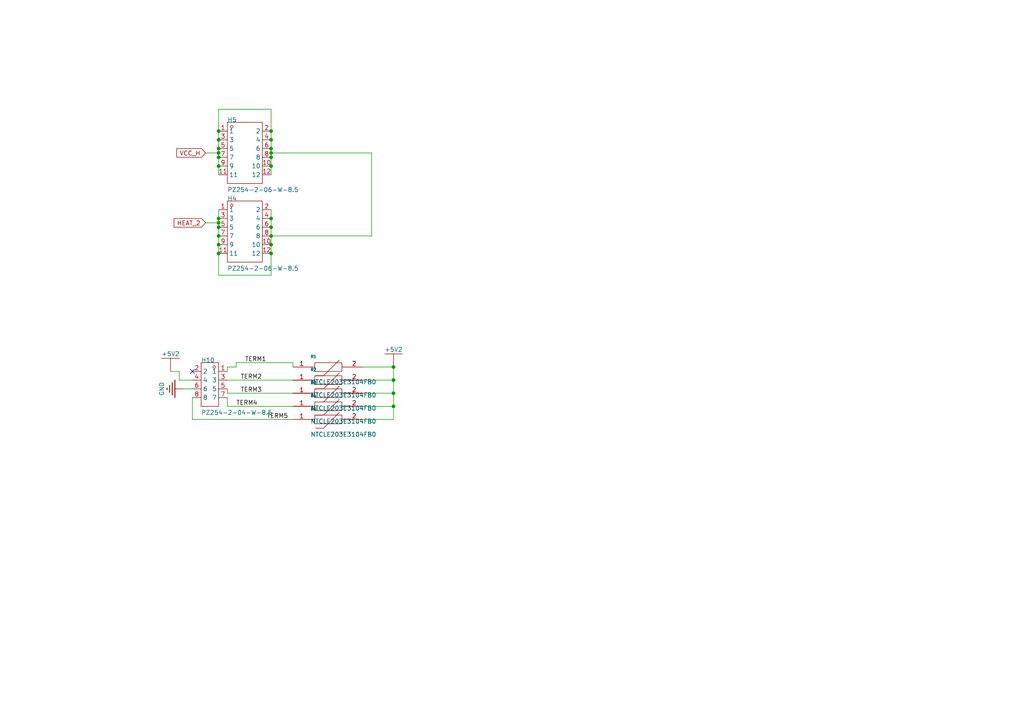
<source format=kicad_sch>
(kicad_sch (version 20250114) (generator "eeschema") (generator_version "9.0")
  (paper "User" 297.434 209.804)
  (lib_symbols
    (symbol "Removable -easyedapro:Ground-GND" (power) (pin_numbers (hide yes)) (pin_names (hide yes))
      (property "Value" "GND" (at 0 -6.35 0))
      (symbol "Ground-GND_1_0"
        (polyline (pts (xy -2.54 -2.54) (xy 2.54 -2.54)) (stroke (width 0.254)))
        (polyline (pts (xy -1.778 -3.302) (xy 1.778 -3.302)) (stroke (width 0.254)))
        (polyline (pts (xy -1.016 -4.064) (xy 1.016 -4.064)) (stroke (width 0.254)))
        (polyline (pts (xy -0.254 -4.826) (xy 0.254 -4.826)) (stroke (width 0.254)))
        (pin power_in line (at 0 0 270) (length 2.54) (name "") (number "1"))
      )
    )
    (symbol "Removable -easyedapro:NTCLE203E3104FB0"
      (property "Reference" "R" (at 0 0 0))
      (symbol "NTCLE203E3104FB0_1_0"
        (polyline (pts (xy -3.81 0) (xy -5.08 0)))
        (rectangle (start -3.81 -1.27) (end 4.064 1.27))
        (polyline (pts (xy -3.556 -2.54) (xy -1.27 -2.54) (xy -1.27 -2.54) (xy 3.302 2.032)))
        (polyline (pts (xy 4.064 0) (xy 5.08 0)))
        (pin input line (at -10.16 0 0) (length 5.08) (name "1") (number "1"))
        (pin input line (at 10.16 0 180) (length 5.08) (name "2") (number "2"))
      )
    )
    (symbol "Removable -easyedapro:PZ254-2-04-W-8.5"
      (property "Reference" "H" (at 0 0 0))
      (symbol "PZ254-2-04-W-8.5_1_0"
        (rectangle (start -2.54 -6.35) (end 2.54 6.35))
        (circle (center -1.27 5.08) (radius 0.381))
        (pin input line (at -5.08 3.81 0) (length 2.54) (name "1") (number "1"))
        (pin input line (at -5.08 1.27 0) (length 2.54) (name "3") (number "3"))
        (pin input line (at -5.08 -1.27 0) (length 2.54) (name "5") (number "5"))
        (pin input line (at -5.08 -3.81 0) (length 2.54) (name "7") (number "7"))
        (pin input line (at 5.08 3.81 180) (length 2.54) (name "2") (number "2"))
        (pin input line (at 5.08 1.27 180) (length 2.54) (name "4") (number "4"))
        (pin input line (at 5.08 -1.27 180) (length 2.54) (name "6") (number "6"))
        (pin input line (at 5.08 -3.81 180) (length 2.54) (name "8") (number "8"))
      )
    )
    (symbol "Removable -easyedapro:PZ254-2-06-W-8.5"
      (property "Reference" "H" (at 0 0 0))
      (symbol "PZ254-2-06-W-8.5_1_0"
        (rectangle (start -5.08 -8.89) (end 5.08 8.89))
        (circle (center -3.81 7.62) (radius 0.381))
        (pin input line (at -7.62 6.35 0) (length 2.54) (name "1") (number "1"))
        (pin input line (at -7.62 3.81 0) (length 2.54) (name "3") (number "3"))
        (pin input line (at -7.62 1.27 0) (length 2.54) (name "5") (number "5"))
        (pin input line (at -7.62 -1.27 0) (length 2.54) (name "7") (number "7"))
        (pin input line (at -7.62 -3.81 0) (length 2.54) (name "9") (number "9"))
        (pin input line (at -7.62 -6.35 0) (length 2.54) (name "11") (number "11"))
        (pin input line (at 7.62 6.35 180) (length 2.54) (name "2") (number "2"))
        (pin input line (at 7.62 3.81 180) (length 2.54) (name "4") (number "4"))
        (pin input line (at 7.62 1.27 180) (length 2.54) (name "6") (number "6"))
        (pin input line (at 7.62 -1.27 180) (length 2.54) (name "8") (number "8"))
        (pin input line (at 7.62 -3.81 180) (length 2.54) (name "10") (number "10"))
        (pin input line (at 7.62 -6.35 180) (length 2.54) (name "12") (number "12"))
      )
    )
    (symbol "Removable -easyedapro:Power-5V" (power) (pin_numbers (hide yes)) (pin_names (hide yes))
      (symbol "Power-5V_1_0"
        (polyline (pts (xy -2.54 3.81) (xy 2.54 3.81)))
        (polyline (pts (xy 0 3.81) (xy 0 1.27)))
        (pin power_in line (at 0 0 90) (length 1.27) (name "+5V2") (number "1"))
      )
    )
  )
  (junction (at 63.5 38.1))
  (junction (at 78.74 40.64))
  (junction (at 78.74 45.72))
  (junction (at 63.5 64.77))
  (junction (at 63.5 40.64))
  (junction (at 78.74 44.45))
  (junction (at 78.74 66.04))
  (junction (at 114.3 118.11))
  (junction (at 114.3 114.3))
  (junction (at 63.5 44.45))
  (junction (at 63.5 63.5))
  (junction (at 78.74 38.1))
  (junction (at 78.74 48.26))
  (junction (at 78.74 63.5))
  (junction (at 63.5 73.66))
  (junction (at 63.5 45.72))
  (junction (at 63.5 48.26))
  (junction (at 78.74 43.18))
  (junction (at 78.74 73.66))
  (junction (at 78.74 71.12))
  (junction (at 63.5 66.04))
  (junction (at 114.3 110.49))
  (junction (at 78.74 68.58))
  (junction (at 63.5 71.12))
  (junction (at 114.3 106.68))
  (junction (at 63.5 68.58))
  (junction (at 63.5 43.18))
  (no_connect (at 55.88 107.95))
  (wire (pts (xy 78.74 60.96) (xy 78.74 63.5)))
  (wire (pts (xy 52.07 110.49) (xy 52.07 107.95)))
  (wire (pts (xy 63.5 31.75) (xy 63.5 38.1)))
  (wire (pts (xy 63.5 45.72) (xy 63.5 48.26)))
  (wire (pts (xy 85.09 106.68) (xy 85.09 105.41)))
  (wire (pts (xy 63.5 40.64) (xy 63.5 43.18)))
  (wire (pts (xy 114.3 118.11) (xy 105.41 118.11)))
  (wire (pts (xy 66.04 115.57) (xy 66.04 118.11)))
  (wire (pts (xy 105.41 106.68) (xy 114.3 106.68)))
  (wire (pts (xy 63.5 63.5) (xy 63.5 64.77)))
  (wire (pts (xy 49.53 107.95) (xy 52.07 107.95)))
  (wire (pts (xy 107.95 68.58) (xy 78.74 68.58)))
  (wire (pts (xy 114.3 114.3) (xy 105.41 114.3)))
  (wire (pts (xy 68.58 106.68) (xy 68.58 105.41)))
  (wire (pts (xy 55.88 115.57) (xy 55.88 121.92)))
  (wire (pts (xy 66.04 114.3) (xy 85.09 114.3)))
  (wire (pts (xy 85.09 118.11) (xy 66.04 118.11)))
  (wire (pts (xy 114.3 106.68) (xy 114.3 110.49)))
  (wire (pts (xy 68.58 106.68) (xy 66.04 106.68)))
  (wire (pts (xy 114.3 114.3) (xy 114.3 118.11)))
  (wire (pts (xy 63.5 44.45) (xy 63.5 45.72)))
  (wire (pts (xy 63.5 64.77) (xy 63.5 66.04)))
  (wire (pts (xy 78.74 66.04) (xy 78.74 68.58)))
  (wire (pts (xy 78.74 40.64) (xy 78.74 43.18)))
  (wire (pts (xy 78.74 31.75) (xy 78.74 38.1)))
  (wire (pts (xy 66.04 106.68) (xy 66.04 107.95)))
  (wire (pts (xy 78.74 44.45) (xy 107.95 44.45)))
  (wire (pts (xy 78.74 73.66) (xy 78.74 80.01)))
  (wire (pts (xy 63.5 68.58) (xy 63.5 71.12)))
  (wire (pts (xy 78.74 63.5) (xy 78.74 66.04)))
  (wire (pts (xy 85.09 110.49) (xy 66.04 110.49)))
  (wire (pts (xy 78.74 45.72) (xy 78.74 48.26)))
  (wire (pts (xy 78.74 44.45) (xy 78.74 45.72)))
  (wire (pts (xy 63.5 40.64) (xy 63.5 38.1)))
  (wire (pts (xy 114.3 121.92) (xy 105.41 121.92)))
  (wire (pts (xy 78.74 43.18) (xy 78.74 44.45)))
  (wire (pts (xy 55.88 121.92) (xy 85.09 121.92)))
  (wire (pts (xy 78.74 68.58) (xy 78.74 71.12)))
  (wire (pts (xy 85.09 105.41) (xy 68.58 105.41)))
  (wire (pts (xy 63.5 43.18) (xy 63.5 44.45)))
  (wire (pts (xy 107.95 44.45) (xy 107.95 68.58)))
  (wire (pts (xy 78.74 40.64) (xy 78.74 38.1)))
  (wire (pts (xy 59.69 64.77) (xy 63.5 64.77)))
  (wire (pts (xy 55.88 113.03) (xy 53.34 113.03)))
  (wire (pts (xy 63.5 48.26) (xy 63.5 50.8)))
  (wire (pts (xy 63.5 60.96) (xy 63.5 63.5)))
  (wire (pts (xy 114.3 110.49) (xy 114.3 114.3)))
  (wire (pts (xy 114.3 118.11) (xy 114.3 121.92)))
  (wire (pts (xy 78.74 31.75) (xy 63.5 31.75)))
  (wire (pts (xy 63.5 71.12) (xy 63.5 73.66)))
  (wire (pts (xy 78.74 80.01) (xy 63.5 80.01)))
  (wire (pts (xy 63.5 66.04) (xy 63.5 68.58)))
  (wire (pts (xy 63.5 44.45) (xy 59.69 44.45)))
  (wire (pts (xy 66.04 113.03) (xy 66.04 114.3)))
  (wire (pts (xy 55.88 110.49) (xy 52.07 110.49)))
  (wire (pts (xy 78.74 71.12) (xy 78.74 73.66)))
  (wire (pts (xy 78.74 48.26) (xy 78.74 50.8)))
  (wire (pts (xy 114.3 110.49) (xy 105.41 110.49)))
  (wire (pts (xy 63.5 73.66) (xy 63.5 80.01)))
  (label "TERM1" (at 71.12 105.41 0))
  (label "TERM2" (at 69.85 110.49 0))
  (label "TERM3" (at 69.85 114.3 0))
  (label "TERM4" (at 68.58 118.11 0))
  (label "TERM5" (at 77.47 121.92 0))
  (global_label "VCC_H" (shape input) (at 59.69 44.45 180) (property "Intersheetrefs" "${INTERSHEET_REFS}" (effects (hide yes))))
  (global_label "HEAT_2" (shape input) (at 59.69 64.77 180) (property "Intersheetrefs" "${INTERSHEET_REFS}" (effects (hide yes))))
  (symbol (lib_id "Removable -easyedapro:NTCLE203E3104FB0") (at 95.25 118.11 0) (unit 1)
    (property "Reference" "R4" (at 90.17 115.57 0) (effects (font (size 0.8382 0.8382)) (justify left bottom)))
    (property "Value" "NTCLE203E3104FB0" (at 90.17 123.19 0) (effects (justify left bottom)))
    (property "Footprint" "Connector_PinHeader_2.54mm:PinHeader_1x02_P2.54mm_Vertical" (effects (hide yes)))
    (property "Datasheet" "https://atta.szlcsc.com/upload/public/pdf/source/20171128/C142576_15118626182801147124.pdf" (effects (hide yes)))
    (property "Description" "Resistance @ 25°C: Resistance Tolerance: B Constant Tolerance: B Constant (25°C/50°C):- Power: Steady State Current (Max):- B Constant (25°C/75°C):- B Constant (25°C/85°C):4190K B Constant (25°C/100°C):- Operating Temperature:-40°C~+125°C Operating Temperature:-40°C~" (effects (hide yes)))
    (property "Manufacturer Part" "NTCLE203E3104FB0" (effects (hide yes)))
    (property "Manufacturer" "VISHAY(威世)" (effects (hide yes)))
    (property "Supplier Part" "C142524" (effects (hide yes)))
    (property "Supplier" "LCSC" (effects (hide yes)))
    (property "LCSC Part Name" "100kΩ电阻精度:±1%" (effects (hide yes)))
  )
  (symbol (lib_id "Removable -easyedapro:PZ254-2-06-W-8.5") (at 71.12 67.31 0) (unit 1)
    (property "Reference" "H4" (at 66.04 58.42 0) (effects (justify left bottom)))
    (property "Value" "PZ254-2-06-W-8.5" (at 66.04 78.74 0) (effects (justify left bottom)))
    (property "Footprint" "Removable Plate_1.5:HDR-TH_12P-P2.54-H-M-R2-C6-S2.54-N" (effects (hide yes)))
    (property "Description" "Pitch:2.54mm Number of Pins:12 Number of Rows: Pin Structure:2x6P Row Spacing:2.54mm Mounting Type:Shrouded Circluar Pins/Square Pins:Square Pins Current Rating (Max):3A Voltage Rating (Max):- Length of Mating Pin:6mm Insulation Height:2.5mm Length of End" (effects (hide yes)))
    (property "Manufacturer Part" "PZ254-2-06-W-8.5" (effects (hide yes)))
    (property "Manufacturer" "HCTL(华灿天禄)" (effects (hide yes)))
    (property "Supplier Part" "C2894986" (effects (hide yes)))
    (property "Supplier" "LCSC" (effects (hide yes)))
    (property "LCSC Part Name" "2.54mm2x6P弯插方针" (effects (hide yes)))
  )
  (symbol (lib_id "Removable -easyedapro:NTCLE203E3104FB0") (at 95.25 110.49 0) (unit 1)
    (property "Reference" "R2" (at 90.17 107.95 0) (effects (font (size 0.8382 0.8382)) (justify left bottom)))
    (property "Value" "NTCLE203E3104FB0" (at 90.17 115.57 0) (effects (justify left bottom)))
    (property "Footprint" "Connector_PinHeader_2.54mm:PinHeader_1x02_P2.54mm_Vertical" (effects (hide yes)))
    (property "Datasheet" "https://atta.szlcsc.com/upload/public/pdf/source/20171128/C142576_15118626182801147124.pdf" (effects (hide yes)))
    (property "Description" "Resistance @ 25°C: Resistance Tolerance: B Constant Tolerance: B Constant (25°C/50°C):- Power: Steady State Current (Max):- B Constant (25°C/75°C):- B Constant (25°C/85°C):4190K B Constant (25°C/100°C):- Operating Temperature:-40°C~+125°C Operating Temperature:-40°C~" (effects (hide yes)))
    (property "Manufacturer Part" "NTCLE203E3104FB0" (effects (hide yes)))
    (property "Manufacturer" "VISHAY(威世)" (effects (hide yes)))
    (property "Supplier Part" "C142524" (effects (hide yes)))
    (property "Supplier" "LCSC" (effects (hide yes)))
    (property "LCSC Part Name" "100kΩ电阻精度:±1%" (effects (hide yes)))
  )
  (symbol (lib_id "Removable -easyedapro:Power-5V") (at 49.53 107.95 0) (unit 1)
    (property "Reference" "#PWR0102" (effects (hide yes)))
    (property "Value" "+5V2" (at 49.53 102.87 0))
    (property "Footprint" "Removable -easyedapro:" (effects (hide yes)))
    (property "Description" "Power-5V" (effects (hide yes)))
  )
  (symbol (lib_id "Removable -easyedapro:Power-5V") (at 114.3 106.68 0) (unit 1)
    (property "Reference" "#PWR0103" (effects (hide yes)))
    (property "Value" "+5V2" (at 114.3 101.6 0))
    (property "Footprint" "Removable -easyedapro:" (effects (hide yes)))
    (property "Description" "Power-5V" (effects (hide yes)))
  )
  (symbol (lib_id "Removable -easyedapro:PZ254-2-04-W-8.5") (at 60.96 111.76 0) (mirror y) (unit 1)
    (property "Reference" "H10" (at 58.42 105.41 0) (effects (justify right bottom)))
    (property "Value" "PZ254-2-04-W-8.5" (at 58.42 120.65 0) (effects (justify right bottom)))
    (property "Footprint" "Removable Plate_1.5:HDR-TH_8P-P2.54-H-M-R2-C4-S2.54-N" (effects (hide yes)))
    (property "Description" "Pitch:2.54mm Number of Pins:8 Number of Rows: Pin Structure:2x4P Row Spacing:2.54mm Mounting Type:Shrouded Circluar Pins/Square Pins:Square Pins Current Rating (Max):3A Voltage Rating (Max):- Length of Mating Pin:6mm Insulation Height:2.5mm Length of End" (effects (hide yes)))
    (property "Manufacturer Part" "PZ254-2-04-W-8.5" (effects (hide yes)))
    (property "Manufacturer" "HCTL(华灿天禄)" (effects (hide yes)))
    (property "Supplier Part" "C2894984" (effects (hide yes)))
    (property "Supplier" "LCSC" (effects (hide yes)))
    (property "LCSC Part Name" "2.54mm2x4P弯插方针" (effects (hide yes)))
  )
  (symbol (lib_id "Removable -easyedapro:NTCLE203E3104FB0") (at 95.25 121.92 0) (unit 1)
    (property "Reference" "R5" (at 90.17 119.38 0) (effects (font (size 0.8382 0.8382)) (justify left bottom)))
    (property "Value" "NTCLE203E3104FB0" (at 90.17 127 0) (effects (justify left bottom)))
    (property "Footprint" "Connector_PinHeader_2.54mm:PinHeader_1x02_P2.54mm_Vertical" (effects (hide yes)))
    (property "Datasheet" "https://atta.szlcsc.com/upload/public/pdf/source/20171128/C142576_15118626182801147124.pdf" (effects (hide yes)))
    (property "Description" "Resistance @ 25°C: Resistance Tolerance: B Constant Tolerance: B Constant (25°C/50°C):- Power: Steady State Current (Max):- B Constant (25°C/75°C):- B Constant (25°C/85°C):4190K B Constant (25°C/100°C):- Operating Temperature:-40°C~+125°C Operating Temperature:-40°C~" (effects (hide yes)))
    (property "Manufacturer Part" "NTCLE203E3104FB0" (effects (hide yes)))
    (property "Manufacturer" "VISHAY(威世)" (effects (hide yes)))
    (property "Supplier Part" "C142524" (effects (hide yes)))
    (property "Supplier" "LCSC" (effects (hide yes)))
    (property "LCSC Part Name" "100kΩ电阻精度:±1%" (effects (hide yes)))
  )
  (symbol (lib_id "Removable -easyedapro:PZ254-2-06-W-8.5") (at 71.12 44.45 0) (unit 1)
    (property "Reference" "H5" (at 66.04 35.56 0) (effects (justify left bottom)))
    (property "Value" "PZ254-2-06-W-8.5" (at 66.04 55.88 0) (effects (justify left bottom)))
    (property "Footprint" "Removable Plate_1.5:HDR-TH_12P-P2.54-H-M-R2-C6-S2.54-N" (effects (hide yes)))
    (property "Description" "Pitch:2.54mm Number of Pins:12 Number of Rows: Pin Structure:2x6P Row Spacing:2.54mm Mounting Type:Shrouded Circluar Pins/Square Pins:Square Pins Current Rating (Max):3A Voltage Rating (Max):- Length of Mating Pin:6mm Insulation Height:2.5mm Length of End" (effects (hide yes)))
    (property "Manufacturer Part" "PZ254-2-06-W-8.5" (effects (hide yes)))
    (property "Manufacturer" "HCTL(华灿天禄)" (effects (hide yes)))
    (property "Supplier Part" "C2894986" (effects (hide yes)))
    (property "Supplier" "LCSC" (effects (hide yes)))
    (property "LCSC Part Name" "2.54mm2x6P弯插方针" (effects (hide yes)))
  )
  (symbol (lib_id "Removable -easyedapro:NTCLE203E3104FB0") (at 95.25 114.3 0) (unit 1)
    (property "Reference" "R3" (at 90.17 111.76 0) (effects (font (size 0.8382 0.8382)) (justify left bottom)))
    (property "Value" "NTCLE203E3104FB0" (at 90.17 119.38 0) (effects (justify left bottom)))
    (property "Footprint" "Connector_PinHeader_2.54mm:PinHeader_1x02_P2.54mm_Vertical" (effects (hide yes)))
    (property "Datasheet" "https://atta.szlcsc.com/upload/public/pdf/source/20171128/C142576_15118626182801147124.pdf" (effects (hide yes)))
    (property "Description" "Resistance @ 25°C: Resistance Tolerance: B Constant Tolerance: B Constant (25°C/50°C):- Power: Steady State Current (Max):- B Constant (25°C/75°C):- B Constant (25°C/85°C):4190K B Constant (25°C/100°C):- Operating Temperature:-40°C~+125°C Operating Temperature:-40°C~" (effects (hide yes)))
    (property "Manufacturer Part" "NTCLE203E3104FB0" (effects (hide yes)))
    (property "Manufacturer" "VISHAY(威世)" (effects (hide yes)))
    (property "Supplier Part" "C142524" (effects (hide yes)))
    (property "Supplier" "LCSC" (effects (hide yes)))
    (property "LCSC Part Name" "100kΩ电阻精度:±1%" (effects (hide yes)))
  )
  (symbol (lib_id "Removable -easyedapro:Ground-GND") (at 53.34 113.03 270) (unit 1)
    (property "Reference" "#PWR0101" (effects (hide yes)))
    (property "Value" "GND" (at 46.99 113.03 0))
    (property "Footprint" "Removable -easyedapro:" (effects (hide yes)))
  )
  (symbol (lib_id "Removable -easyedapro:NTCLE203E3104FB0") (at 95.25 106.68 0) (unit 1)
    (property "Reference" "R1" (at 90.17 104.14 0) (effects (font (size 0.8382 0.8382)) (justify left bottom)))
    (property "Value" "NTCLE203E3104FB0" (at 90.17 111.76 0) (effects (justify left bottom)))
    (property "Footprint" "Connector_PinHeader_2.54mm:PinHeader_1x02_P2.54mm_Vertical" (effects (hide yes)))
    (property "Datasheet" "https://atta.szlcsc.com/upload/public/pdf/source/20171128/C142576_15118626182801147124.pdf" (effects (hide yes)))
    (property "Description" "Resistance @ 25°C: Resistance Tolerance: B Constant Tolerance: B Constant (25°C/50°C):- Power: Steady State Current (Max):- B Constant (25°C/75°C):- B Constant (25°C/85°C):4190K B Constant (25°C/100°C):- Operating Temperature:-40°C~+125°C Operating Temperature:-40°C~" (effects (hide yes)))
    (property "Manufacturer Part" "NTCLE203E3104FB0" (effects (hide yes)))
    (property "Manufacturer" "VISHAY(威世)" (effects (hide yes)))
    (property "Supplier Part" "C142524" (effects (hide yes)))
    (property "Supplier" "LCSC" (effects (hide yes)))
    (property "LCSC Part Name" "100kΩ电阻精度:±1%" (effects (hide yes)))
  )
)
</source>
